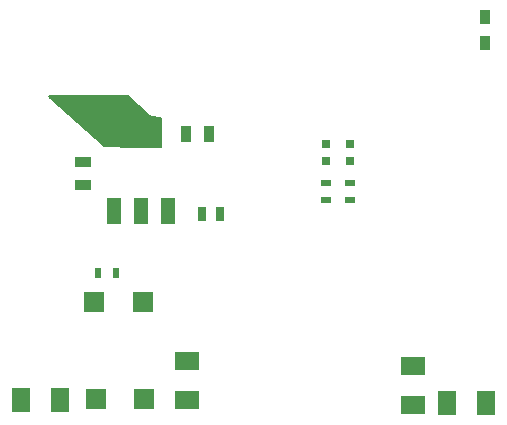
<source format=gtp>
%FSLAX46Y46*%
G04 Gerber Fmt 4.6, Leading zero omitted, Abs format (unit mm)*
G04 Created by KiCad (PCBNEW (2014-09-02 BZR 5112)-product) date mer. 25 mars 2015 20:03:37 CET*
%MOMM*%
G01*
G04 APERTURE LIST*
%ADD10C,0.150000*%
%ADD11R,1.270000X2.286000*%
%ADD12R,3.556000X2.159000*%
%ADD13R,0.635000X1.143000*%
%ADD14R,1.397000X0.889000*%
%ADD15R,0.889000X1.397000*%
%ADD16R,0.797560X0.797560*%
%ADD17R,2.032000X1.524000*%
%ADD18R,1.524000X2.032000*%
%ADD19R,0.900000X0.500000*%
%ADD20R,0.500000X0.900000*%
%ADD21R,1.800000X1.770000*%
%ADD22R,0.900000X1.200000*%
%ADD23C,0.254000*%
G04 APERTURE END LIST*
D10*
D11*
X121514000Y-70275000D03*
X123800000Y-70275000D03*
X126086000Y-70275000D03*
D12*
X123800000Y-63925000D03*
D13*
X128938000Y-70500000D03*
X130462000Y-70500000D03*
D14*
X118900000Y-68052500D03*
X118900000Y-66147500D03*
D15*
X127647500Y-63700000D03*
X129552500Y-63700000D03*
D16*
X139500000Y-64550700D03*
X139500000Y-66049300D03*
X141500000Y-64550700D03*
X141500000Y-66049300D03*
D17*
X146800000Y-83349000D03*
X146800000Y-86651000D03*
D18*
X149749000Y-86500000D03*
X153051000Y-86500000D03*
D19*
X139500000Y-67850000D03*
X139500000Y-69350000D03*
X141500000Y-67850000D03*
X141500000Y-69350000D03*
D20*
X121650000Y-75500000D03*
X120150000Y-75500000D03*
D17*
X127700000Y-82949000D03*
X127700000Y-86251000D03*
D18*
X116951000Y-86300000D03*
X113649000Y-86300000D03*
D21*
X119958000Y-86200000D03*
X124042000Y-86200000D03*
X119858000Y-78000000D03*
X123942000Y-78000000D03*
D22*
X152900000Y-53800000D03*
X152900000Y-56000000D03*
D23*
G36*
X125373000Y-64673000D02*
X120648652Y-64673000D01*
X116031516Y-60527000D01*
X122649394Y-60527000D01*
X124543605Y-62321515D01*
X125373000Y-62413670D01*
X125373000Y-64673000D01*
X125373000Y-64673000D01*
G37*
X125373000Y-64673000D02*
X120648652Y-64673000D01*
X116031516Y-60527000D01*
X122649394Y-60527000D01*
X124543605Y-62321515D01*
X125373000Y-62413670D01*
X125373000Y-64673000D01*
M02*

</source>
